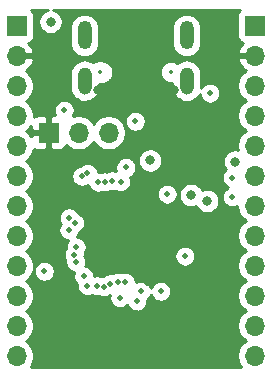
<source format=gbr>
%TF.GenerationSoftware,KiCad,Pcbnew,6.0.0*%
%TF.CreationDate,2022-01-30T15:16:09-05:00*%
%TF.ProjectId,stm32wb55ce_development_board,73746d33-3277-4623-9535-63655f646576,rev?*%
%TF.SameCoordinates,Original*%
%TF.FileFunction,Copper,L3,Inr*%
%TF.FilePolarity,Positive*%
%FSLAX46Y46*%
G04 Gerber Fmt 4.6, Leading zero omitted, Abs format (unit mm)*
G04 Created by KiCad (PCBNEW 6.0.0) date 2022-01-30 15:16:09*
%MOMM*%
%LPD*%
G01*
G04 APERTURE LIST*
%TA.AperFunction,ComponentPad*%
%ADD10R,1.700000X1.700000*%
%TD*%
%TA.AperFunction,ComponentPad*%
%ADD11O,1.700000X1.700000*%
%TD*%
%TA.AperFunction,ComponentPad*%
%ADD12O,1.200000X2.400000*%
%TD*%
%TA.AperFunction,ComponentPad*%
%ADD13O,1.158000X2.316000*%
%TD*%
%TA.AperFunction,ViaPad*%
%ADD14C,0.800000*%
%TD*%
%TA.AperFunction,ViaPad*%
%ADD15C,0.500000*%
%TD*%
%TA.AperFunction,Conductor*%
%ADD16C,0.254000*%
%TD*%
%ADD17C,0.350000*%
%ADD18C,0.250000*%
%ADD19O,0.650000X1.950000*%
%ADD20O,0.650000X1.650000*%
G04 APERTURE END LIST*
D10*
%TO.N,+3V3*%
%TO.C,J3*%
X175920000Y-64480000D03*
D11*
%TO.N,GND*%
X175920000Y-67020000D03*
%TO.N,/PA15*%
X175920000Y-69560000D03*
%TO.N,/PB0*%
X175920000Y-72100000D03*
%TO.N,/PB1*%
X175920000Y-74640000D03*
%TO.N,/PA10*%
X175920000Y-77180000D03*
%TO.N,/PB4*%
X175920000Y-79720000D03*
%TO.N,/PB5*%
X175920000Y-82260000D03*
%TO.N,/PB6*%
X175920000Y-84800000D03*
%TO.N,/PB7*%
X175920000Y-87340000D03*
%TO.N,/PB8*%
X175920000Y-89880000D03*
%TO.N,/PB9*%
X175920000Y-92420000D03*
%TD*%
D10*
%TO.N,+3V3*%
%TO.C,J1*%
X155740000Y-64520000D03*
D11*
%TO.N,GND*%
X155740000Y-67060000D03*
%TO.N,/PA0*%
X155740000Y-69600000D03*
%TO.N,/PA1*%
X155740000Y-72140000D03*
%TO.N,/PA2*%
X155740000Y-74680000D03*
%TO.N,/PA3*%
X155740000Y-77220000D03*
%TO.N,/PA4*%
X155740000Y-79760000D03*
%TO.N,/PA5*%
X155740000Y-82300000D03*
%TO.N,/PA6*%
X155740000Y-84840000D03*
%TO.N,/PA7*%
X155740000Y-87380000D03*
%TO.N,/PA8*%
X155740000Y-89920000D03*
%TO.N,/PA9*%
X155740000Y-92460000D03*
%TD*%
D10*
%TO.N,GND*%
%TO.C,J4*%
X158450000Y-73550000D03*
D11*
%TO.N,/PA14*%
X160990000Y-73550000D03*
%TO.N,/PA13*%
X163530000Y-73550000D03*
%TD*%
D12*
%TO.N,Net-(J2-PadS6)*%
%TO.C,J2*%
X161505000Y-65325000D03*
%TO.N,Net-(J2-PadS5)*%
X170145000Y-65325000D03*
D13*
%TO.N,Net-(J2-PadS4)*%
X161505000Y-69150000D03*
%TO.N,Net-(J2-PadS3)*%
X170145000Y-69150000D03*
%TD*%
D14*
%TO.N,GND*%
X166240000Y-74110000D03*
D15*
X169160005Y-81280000D03*
X165050000Y-82030000D03*
D14*
X161800000Y-71230000D03*
X170630000Y-76790000D03*
X160500000Y-75500000D03*
X169740000Y-77120000D03*
X172660000Y-81120000D03*
X173300000Y-74190000D03*
X167950000Y-72440000D03*
X172750000Y-82250000D03*
X163250000Y-76000000D03*
D15*
X169000000Y-75000000D03*
X165900000Y-88850000D03*
X164530000Y-89210000D03*
X167000000Y-88850000D03*
D14*
X167880000Y-88340000D03*
D15*
X166810000Y-86250000D03*
X159185000Y-77400000D03*
X158800000Y-82100000D03*
X159485464Y-84962744D03*
X170900000Y-85700000D03*
%TO.N,+3V3*%
X161750000Y-77000000D03*
D14*
X174250000Y-76000000D03*
D15*
X161250000Y-77250000D03*
D14*
X170520000Y-78850000D03*
X171870000Y-79330000D03*
X167060000Y-75900000D03*
D15*
X164485618Y-87545618D03*
X165930000Y-87830000D03*
X158100000Y-85300000D03*
%TO.N,/RF1*%
X166300000Y-86960000D03*
X167957103Y-86992897D03*
%TO.N,/PB7*%
X162633920Y-77733614D03*
%TO.N,/PB6*%
X163233456Y-77709731D03*
%TO.N,/PB5*%
X163827143Y-77622842D03*
%TO.N,/PB4*%
X164546156Y-77703854D03*
%TO.N,/PA15*%
X165000000Y-76500000D03*
%TO.N,/PA10*%
X168500000Y-78750000D03*
%TO.N,/PB0*%
X170000000Y-84000000D03*
X174000000Y-79000000D03*
X174000000Y-77350000D03*
%TO.N,/PA9*%
X164963226Y-86222957D03*
%TO.N,/PA8*%
X164344976Y-86207900D03*
%TO.N,/PA1*%
X160620006Y-83869996D03*
%TO.N,/PA0*%
X160793315Y-83250010D03*
%TO.N,/RESET*%
X165800000Y-72600000D03*
%TO.N,/PB9*%
X160180002Y-81780000D03*
%TO.N,/PB8*%
X160667281Y-81181854D03*
%TO.N,/PA7*%
X163671457Y-86336682D03*
%TO.N,/PA6*%
X163124335Y-86582997D03*
%TO.N,/PA5*%
X162527921Y-86517385D03*
%TO.N,/PA4*%
X161750000Y-86500000D03*
%TO.N,/PA3*%
X161434517Y-85728421D03*
%TO.N,/PA2*%
X160750000Y-84500000D03*
D14*
%TO.N,GND*%
X173050000Y-64150000D03*
D15*
X159300000Y-69675000D03*
D14*
X162625000Y-69975000D03*
X169050000Y-69975000D03*
%TO.N,+3V3*%
X158625000Y-64175000D03*
D15*
%TO.N,/BOOT0*%
X160200000Y-80755000D03*
X159775000Y-71650000D03*
%TO.N,/RESET*%
X172125000Y-70200000D03*
%TD*%
%TO.N,GND*%
D16*
X174618815Y-63178815D02*
X174539463Y-63275506D01*
X174480498Y-63385820D01*
X174444188Y-63505518D01*
X174431928Y-63630000D01*
X174431928Y-65330000D01*
X174444188Y-65454482D01*
X174480498Y-65574180D01*
X174539463Y-65684494D01*
X174618815Y-65781185D01*
X174715506Y-65860537D01*
X174825820Y-65919502D01*
X174906466Y-65943966D01*
X174822412Y-66019731D01*
X174648359Y-66253080D01*
X174523175Y-66515901D01*
X174478524Y-66663110D01*
X174599845Y-66893000D01*
X175793000Y-66893000D01*
X175793000Y-66873000D01*
X176047000Y-66873000D01*
X176047000Y-66893000D01*
X176067000Y-66893000D01*
X176067000Y-67147000D01*
X176047000Y-67147000D01*
X176047000Y-67167000D01*
X175793000Y-67167000D01*
X175793000Y-67147000D01*
X174599845Y-67147000D01*
X174478524Y-67376890D01*
X174523175Y-67524099D01*
X174648359Y-67786920D01*
X174822412Y-68020269D01*
X175038645Y-68215178D01*
X175155534Y-68284805D01*
X174973368Y-68406525D01*
X174766525Y-68613368D01*
X174604010Y-68856589D01*
X174492068Y-69126842D01*
X174435000Y-69413740D01*
X174435000Y-69706260D01*
X174492068Y-69993158D01*
X174604010Y-70263411D01*
X174766525Y-70506632D01*
X174973368Y-70713475D01*
X175147760Y-70830000D01*
X174973368Y-70946525D01*
X174766525Y-71153368D01*
X174604010Y-71396589D01*
X174492068Y-71666842D01*
X174435000Y-71953740D01*
X174435000Y-72246260D01*
X174492068Y-72533158D01*
X174604010Y-72803411D01*
X174766525Y-73046632D01*
X174973368Y-73253475D01*
X175147760Y-73370000D01*
X174973368Y-73486525D01*
X174766525Y-73693368D01*
X174604010Y-73936589D01*
X174492068Y-74206842D01*
X174435000Y-74493740D01*
X174435000Y-74786260D01*
X174475440Y-74989566D01*
X174351939Y-74965000D01*
X174148061Y-74965000D01*
X173948102Y-75004774D01*
X173759744Y-75082795D01*
X173590226Y-75196063D01*
X173446063Y-75340226D01*
X173332795Y-75509744D01*
X173254774Y-75698102D01*
X173215000Y-75898061D01*
X173215000Y-76101939D01*
X173254774Y-76301898D01*
X173332795Y-76490256D01*
X173444203Y-76656991D01*
X173435845Y-76662576D01*
X173312576Y-76785845D01*
X173215723Y-76930795D01*
X173149010Y-77091855D01*
X173115000Y-77262835D01*
X173115000Y-77437165D01*
X173149010Y-77608145D01*
X173215723Y-77769205D01*
X173312576Y-77914155D01*
X173435845Y-78037424D01*
X173580795Y-78134277D01*
X173679109Y-78175000D01*
X173580795Y-78215723D01*
X173435845Y-78312576D01*
X173312576Y-78435845D01*
X173215723Y-78580795D01*
X173149010Y-78741855D01*
X173115000Y-78912835D01*
X173115000Y-79087165D01*
X173149010Y-79258145D01*
X173215723Y-79419205D01*
X173312576Y-79564155D01*
X173435845Y-79687424D01*
X173580795Y-79784277D01*
X173741855Y-79850990D01*
X173912835Y-79885000D01*
X174087165Y-79885000D01*
X174258145Y-79850990D01*
X174419205Y-79784277D01*
X174435000Y-79773723D01*
X174435000Y-79866260D01*
X174492068Y-80153158D01*
X174604010Y-80423411D01*
X174766525Y-80666632D01*
X174973368Y-80873475D01*
X175147760Y-80990000D01*
X174973368Y-81106525D01*
X174766525Y-81313368D01*
X174604010Y-81556589D01*
X174492068Y-81826842D01*
X174435000Y-82113740D01*
X174435000Y-82406260D01*
X174492068Y-82693158D01*
X174604010Y-82963411D01*
X174766525Y-83206632D01*
X174973368Y-83413475D01*
X175147760Y-83530000D01*
X174973368Y-83646525D01*
X174766525Y-83853368D01*
X174604010Y-84096589D01*
X174492068Y-84366842D01*
X174435000Y-84653740D01*
X174435000Y-84946260D01*
X174492068Y-85233158D01*
X174604010Y-85503411D01*
X174766525Y-85746632D01*
X174973368Y-85953475D01*
X175147760Y-86070000D01*
X174973368Y-86186525D01*
X174766525Y-86393368D01*
X174604010Y-86636589D01*
X174492068Y-86906842D01*
X174435000Y-87193740D01*
X174435000Y-87486260D01*
X174492068Y-87773158D01*
X174604010Y-88043411D01*
X174766525Y-88286632D01*
X174973368Y-88493475D01*
X175147760Y-88610000D01*
X174973368Y-88726525D01*
X174766525Y-88933368D01*
X174604010Y-89176589D01*
X174492068Y-89446842D01*
X174435000Y-89733740D01*
X174435000Y-90026260D01*
X174492068Y-90313158D01*
X174604010Y-90583411D01*
X174766525Y-90826632D01*
X174973368Y-91033475D01*
X175147760Y-91150000D01*
X174973368Y-91266525D01*
X174766525Y-91473368D01*
X174604010Y-91716589D01*
X174492068Y-91986842D01*
X174435000Y-92273740D01*
X174435000Y-92566260D01*
X174492068Y-92853158D01*
X174604010Y-93123411D01*
X174755412Y-93350000D01*
X156931315Y-93350000D01*
X157055990Y-93163411D01*
X157167932Y-92893158D01*
X157225000Y-92606260D01*
X157225000Y-92313740D01*
X157167932Y-92026842D01*
X157055990Y-91756589D01*
X156893475Y-91513368D01*
X156686632Y-91306525D01*
X156512240Y-91190000D01*
X156686632Y-91073475D01*
X156893475Y-90866632D01*
X157055990Y-90623411D01*
X157167932Y-90353158D01*
X157225000Y-90066260D01*
X157225000Y-89773740D01*
X157167932Y-89486842D01*
X157055990Y-89216589D01*
X156893475Y-88973368D01*
X156686632Y-88766525D01*
X156512240Y-88650000D01*
X156686632Y-88533475D01*
X156893475Y-88326632D01*
X157055990Y-88083411D01*
X157167932Y-87813158D01*
X157225000Y-87526260D01*
X157225000Y-87233740D01*
X157167932Y-86946842D01*
X157055990Y-86676589D01*
X156893475Y-86433368D01*
X156686632Y-86226525D01*
X156512240Y-86110000D01*
X156686632Y-85993475D01*
X156893475Y-85786632D01*
X157055990Y-85543411D01*
X157167932Y-85273158D01*
X157179931Y-85212835D01*
X157215000Y-85212835D01*
X157215000Y-85387165D01*
X157249010Y-85558145D01*
X157315723Y-85719205D01*
X157412576Y-85864155D01*
X157535845Y-85987424D01*
X157680795Y-86084277D01*
X157841855Y-86150990D01*
X158012835Y-86185000D01*
X158187165Y-86185000D01*
X158358145Y-86150990D01*
X158519205Y-86084277D01*
X158664155Y-85987424D01*
X158787424Y-85864155D01*
X158884277Y-85719205D01*
X158950990Y-85558145D01*
X158985000Y-85387165D01*
X158985000Y-85212835D01*
X158950990Y-85041855D01*
X158884277Y-84880795D01*
X158787424Y-84735845D01*
X158664155Y-84612576D01*
X158519205Y-84515723D01*
X158358145Y-84449010D01*
X158187165Y-84415000D01*
X158012835Y-84415000D01*
X157841855Y-84449010D01*
X157680795Y-84515723D01*
X157535845Y-84612576D01*
X157412576Y-84735845D01*
X157315723Y-84880795D01*
X157249010Y-85041855D01*
X157215000Y-85212835D01*
X157179931Y-85212835D01*
X157225000Y-84986260D01*
X157225000Y-84693740D01*
X157167932Y-84406842D01*
X157055990Y-84136589D01*
X156893475Y-83893368D01*
X156686632Y-83686525D01*
X156512240Y-83570000D01*
X156686632Y-83453475D01*
X156893475Y-83246632D01*
X157055990Y-83003411D01*
X157167932Y-82733158D01*
X157225000Y-82446260D01*
X157225000Y-82153740D01*
X157167932Y-81866842D01*
X157095857Y-81692835D01*
X159295002Y-81692835D01*
X159295002Y-81867165D01*
X159329012Y-82038145D01*
X159395725Y-82199205D01*
X159492578Y-82344155D01*
X159615847Y-82467424D01*
X159760797Y-82564277D01*
X159921857Y-82630990D01*
X160092837Y-82665000D01*
X160126746Y-82665000D01*
X160105891Y-82685855D01*
X160009038Y-82830805D01*
X159942325Y-82991865D01*
X159908315Y-83162845D01*
X159908315Y-83337175D01*
X159909079Y-83341016D01*
X159835729Y-83450791D01*
X159769016Y-83611851D01*
X159735006Y-83782831D01*
X159735006Y-83957161D01*
X159769016Y-84128141D01*
X159835729Y-84289201D01*
X159877236Y-84351320D01*
X159865000Y-84412835D01*
X159865000Y-84587165D01*
X159899010Y-84758145D01*
X159965723Y-84919205D01*
X160062576Y-85064155D01*
X160185845Y-85187424D01*
X160330795Y-85284277D01*
X160491855Y-85350990D01*
X160622198Y-85376917D01*
X160583527Y-85470276D01*
X160549517Y-85641256D01*
X160549517Y-85815586D01*
X160583527Y-85986566D01*
X160650240Y-86147626D01*
X160747093Y-86292576D01*
X160865390Y-86410873D01*
X160865000Y-86412835D01*
X160865000Y-86587165D01*
X160899010Y-86758145D01*
X160965723Y-86919205D01*
X161062576Y-87064155D01*
X161185845Y-87187424D01*
X161330795Y-87284277D01*
X161491855Y-87350990D01*
X161662835Y-87385000D01*
X161837165Y-87385000D01*
X162008145Y-87350990D01*
X162117975Y-87305497D01*
X162269776Y-87368375D01*
X162440756Y-87402385D01*
X162615086Y-87402385D01*
X162733183Y-87378894D01*
X162866190Y-87433987D01*
X163037170Y-87467997D01*
X163211500Y-87467997D01*
X163382480Y-87433987D01*
X163543540Y-87367274D01*
X163630284Y-87309313D01*
X163600618Y-87458453D01*
X163600618Y-87632783D01*
X163634628Y-87803763D01*
X163701341Y-87964823D01*
X163798194Y-88109773D01*
X163921463Y-88233042D01*
X164066413Y-88329895D01*
X164227473Y-88396608D01*
X164398453Y-88430618D01*
X164572783Y-88430618D01*
X164743763Y-88396608D01*
X164904823Y-88329895D01*
X165049773Y-88233042D01*
X165112886Y-88169929D01*
X165145723Y-88249205D01*
X165242576Y-88394155D01*
X165365845Y-88517424D01*
X165510795Y-88614277D01*
X165671855Y-88680990D01*
X165842835Y-88715000D01*
X166017165Y-88715000D01*
X166188145Y-88680990D01*
X166349205Y-88614277D01*
X166494155Y-88517424D01*
X166617424Y-88394155D01*
X166714277Y-88249205D01*
X166780990Y-88088145D01*
X166815000Y-87917165D01*
X166815000Y-87742835D01*
X166804015Y-87687609D01*
X166864155Y-87647424D01*
X166987424Y-87524155D01*
X167084277Y-87379205D01*
X167121738Y-87288765D01*
X167172826Y-87412102D01*
X167269679Y-87557052D01*
X167392948Y-87680321D01*
X167537898Y-87777174D01*
X167698958Y-87843887D01*
X167869938Y-87877897D01*
X168044268Y-87877897D01*
X168215248Y-87843887D01*
X168376308Y-87777174D01*
X168521258Y-87680321D01*
X168644527Y-87557052D01*
X168741380Y-87412102D01*
X168808093Y-87251042D01*
X168842103Y-87080062D01*
X168842103Y-86905732D01*
X168808093Y-86734752D01*
X168741380Y-86573692D01*
X168644527Y-86428742D01*
X168521258Y-86305473D01*
X168376308Y-86208620D01*
X168215248Y-86141907D01*
X168044268Y-86107897D01*
X167869938Y-86107897D01*
X167698958Y-86141907D01*
X167537898Y-86208620D01*
X167392948Y-86305473D01*
X167269679Y-86428742D01*
X167172826Y-86573692D01*
X167135365Y-86664132D01*
X167084277Y-86540795D01*
X166987424Y-86395845D01*
X166864155Y-86272576D01*
X166719205Y-86175723D01*
X166558145Y-86109010D01*
X166387165Y-86075000D01*
X166212835Y-86075000D01*
X166041855Y-86109010D01*
X165880795Y-86175723D01*
X165848226Y-86197485D01*
X165848226Y-86135792D01*
X165814216Y-85964812D01*
X165747503Y-85803752D01*
X165650650Y-85658802D01*
X165527381Y-85535533D01*
X165382431Y-85438680D01*
X165221371Y-85371967D01*
X165050391Y-85337957D01*
X164876061Y-85337957D01*
X164705081Y-85371967D01*
X164672276Y-85385555D01*
X164603121Y-85356910D01*
X164432141Y-85322900D01*
X164257811Y-85322900D01*
X164086831Y-85356910D01*
X163925771Y-85423623D01*
X163855067Y-85470866D01*
X163758622Y-85451682D01*
X163584292Y-85451682D01*
X163413312Y-85485692D01*
X163252252Y-85552405D01*
X163107302Y-85649258D01*
X163058563Y-85697997D01*
X163037170Y-85697997D01*
X162919073Y-85721488D01*
X162786066Y-85666395D01*
X162615086Y-85632385D01*
X162440756Y-85632385D01*
X162319517Y-85656501D01*
X162319517Y-85641256D01*
X162285507Y-85470276D01*
X162218794Y-85309216D01*
X162121941Y-85164266D01*
X161998672Y-85040997D01*
X161853722Y-84944144D01*
X161692662Y-84877431D01*
X161562319Y-84851504D01*
X161600990Y-84758145D01*
X161635000Y-84587165D01*
X161635000Y-84412835D01*
X161600990Y-84241855D01*
X161534277Y-84080795D01*
X161492770Y-84018676D01*
X161505006Y-83957161D01*
X161505006Y-83912835D01*
X169115000Y-83912835D01*
X169115000Y-84087165D01*
X169149010Y-84258145D01*
X169215723Y-84419205D01*
X169312576Y-84564155D01*
X169435845Y-84687424D01*
X169580795Y-84784277D01*
X169741855Y-84850990D01*
X169912835Y-84885000D01*
X170087165Y-84885000D01*
X170258145Y-84850990D01*
X170419205Y-84784277D01*
X170564155Y-84687424D01*
X170687424Y-84564155D01*
X170784277Y-84419205D01*
X170850990Y-84258145D01*
X170885000Y-84087165D01*
X170885000Y-83912835D01*
X170850990Y-83741855D01*
X170784277Y-83580795D01*
X170687424Y-83435845D01*
X170564155Y-83312576D01*
X170419205Y-83215723D01*
X170258145Y-83149010D01*
X170087165Y-83115000D01*
X169912835Y-83115000D01*
X169741855Y-83149010D01*
X169580795Y-83215723D01*
X169435845Y-83312576D01*
X169312576Y-83435845D01*
X169215723Y-83580795D01*
X169149010Y-83741855D01*
X169115000Y-83912835D01*
X161505006Y-83912835D01*
X161505006Y-83782831D01*
X161504242Y-83778990D01*
X161577592Y-83669215D01*
X161644305Y-83508155D01*
X161678315Y-83337175D01*
X161678315Y-83162845D01*
X161644305Y-82991865D01*
X161577592Y-82830805D01*
X161480739Y-82685855D01*
X161357470Y-82562586D01*
X161212520Y-82465733D01*
X161051460Y-82399020D01*
X160880480Y-82365010D01*
X160846571Y-82365010D01*
X160867426Y-82344155D01*
X160964279Y-82199205D01*
X161030992Y-82038145D01*
X161041620Y-81984715D01*
X161086486Y-81966131D01*
X161231436Y-81869278D01*
X161354705Y-81746009D01*
X161451558Y-81601059D01*
X161518271Y-81439999D01*
X161552281Y-81269019D01*
X161552281Y-81094689D01*
X161518271Y-80923709D01*
X161451558Y-80762649D01*
X161354705Y-80617699D01*
X161231436Y-80494430D01*
X161086486Y-80397577D01*
X160994000Y-80359268D01*
X160984277Y-80335795D01*
X160887424Y-80190845D01*
X160764155Y-80067576D01*
X160619205Y-79970723D01*
X160458145Y-79904010D01*
X160287165Y-79870000D01*
X160112835Y-79870000D01*
X159941855Y-79904010D01*
X159780795Y-79970723D01*
X159635845Y-80067576D01*
X159512576Y-80190845D01*
X159415723Y-80335795D01*
X159349010Y-80496855D01*
X159315000Y-80667835D01*
X159315000Y-80842165D01*
X159349010Y-81013145D01*
X159415723Y-81174205D01*
X159468062Y-81252536D01*
X159395725Y-81360795D01*
X159329012Y-81521855D01*
X159295002Y-81692835D01*
X157095857Y-81692835D01*
X157055990Y-81596589D01*
X156893475Y-81353368D01*
X156686632Y-81146525D01*
X156512240Y-81030000D01*
X156686632Y-80913475D01*
X156893475Y-80706632D01*
X157055990Y-80463411D01*
X157167932Y-80193158D01*
X157225000Y-79906260D01*
X157225000Y-79613740D01*
X157167932Y-79326842D01*
X157055990Y-79056589D01*
X156893475Y-78813368D01*
X156742942Y-78662835D01*
X167615000Y-78662835D01*
X167615000Y-78837165D01*
X167649010Y-79008145D01*
X167715723Y-79169205D01*
X167812576Y-79314155D01*
X167935845Y-79437424D01*
X168080795Y-79534277D01*
X168241855Y-79600990D01*
X168412835Y-79635000D01*
X168587165Y-79635000D01*
X168758145Y-79600990D01*
X168919205Y-79534277D01*
X169064155Y-79437424D01*
X169187424Y-79314155D01*
X169284277Y-79169205D01*
X169350990Y-79008145D01*
X169385000Y-78837165D01*
X169385000Y-78748061D01*
X169485000Y-78748061D01*
X169485000Y-78951939D01*
X169524774Y-79151898D01*
X169602795Y-79340256D01*
X169716063Y-79509774D01*
X169860226Y-79653937D01*
X170029744Y-79767205D01*
X170218102Y-79845226D01*
X170418061Y-79885000D01*
X170621939Y-79885000D01*
X170821898Y-79845226D01*
X170942454Y-79795290D01*
X170952795Y-79820256D01*
X171066063Y-79989774D01*
X171210226Y-80133937D01*
X171379744Y-80247205D01*
X171568102Y-80325226D01*
X171768061Y-80365000D01*
X171971939Y-80365000D01*
X172171898Y-80325226D01*
X172360256Y-80247205D01*
X172529774Y-80133937D01*
X172673937Y-79989774D01*
X172787205Y-79820256D01*
X172865226Y-79631898D01*
X172905000Y-79431939D01*
X172905000Y-79228061D01*
X172865226Y-79028102D01*
X172787205Y-78839744D01*
X172673937Y-78670226D01*
X172529774Y-78526063D01*
X172360256Y-78412795D01*
X172171898Y-78334774D01*
X171971939Y-78295000D01*
X171768061Y-78295000D01*
X171568102Y-78334774D01*
X171447546Y-78384710D01*
X171437205Y-78359744D01*
X171323937Y-78190226D01*
X171179774Y-78046063D01*
X171010256Y-77932795D01*
X170821898Y-77854774D01*
X170621939Y-77815000D01*
X170418061Y-77815000D01*
X170218102Y-77854774D01*
X170029744Y-77932795D01*
X169860226Y-78046063D01*
X169716063Y-78190226D01*
X169602795Y-78359744D01*
X169524774Y-78548102D01*
X169485000Y-78748061D01*
X169385000Y-78748061D01*
X169385000Y-78662835D01*
X169350990Y-78491855D01*
X169284277Y-78330795D01*
X169187424Y-78185845D01*
X169064155Y-78062576D01*
X168919205Y-77965723D01*
X168758145Y-77899010D01*
X168587165Y-77865000D01*
X168412835Y-77865000D01*
X168241855Y-77899010D01*
X168080795Y-77965723D01*
X167935845Y-78062576D01*
X167812576Y-78185845D01*
X167715723Y-78330795D01*
X167649010Y-78491855D01*
X167615000Y-78662835D01*
X156742942Y-78662835D01*
X156686632Y-78606525D01*
X156512240Y-78490000D01*
X156686632Y-78373475D01*
X156893475Y-78166632D01*
X157055990Y-77923411D01*
X157167932Y-77653158D01*
X157225000Y-77366260D01*
X157225000Y-77162835D01*
X160365000Y-77162835D01*
X160365000Y-77337165D01*
X160399010Y-77508145D01*
X160465723Y-77669205D01*
X160562576Y-77814155D01*
X160685845Y-77937424D01*
X160830795Y-78034277D01*
X160991855Y-78100990D01*
X161162835Y-78135000D01*
X161337165Y-78135000D01*
X161508145Y-78100990D01*
X161669205Y-78034277D01*
X161777053Y-77962215D01*
X161782930Y-77991759D01*
X161849643Y-78152819D01*
X161946496Y-78297769D01*
X162069765Y-78421038D01*
X162214715Y-78517891D01*
X162375775Y-78584604D01*
X162546755Y-78618614D01*
X162721085Y-78618614D01*
X162892065Y-78584604D01*
X162962517Y-78555422D01*
X162975311Y-78560721D01*
X163146291Y-78594731D01*
X163320621Y-78594731D01*
X163491601Y-78560721D01*
X163652661Y-78494008D01*
X163656737Y-78491284D01*
X163739978Y-78507842D01*
X163914308Y-78507842D01*
X164085288Y-78473832D01*
X164097797Y-78468651D01*
X164126951Y-78488131D01*
X164288011Y-78554844D01*
X164458991Y-78588854D01*
X164633321Y-78588854D01*
X164804301Y-78554844D01*
X164965361Y-78488131D01*
X165110311Y-78391278D01*
X165233580Y-78268009D01*
X165330433Y-78123059D01*
X165397146Y-77961999D01*
X165431156Y-77791019D01*
X165431156Y-77616689D01*
X165397146Y-77445709D01*
X165343302Y-77315717D01*
X165419205Y-77284277D01*
X165564155Y-77187424D01*
X165687424Y-77064155D01*
X165784277Y-76919205D01*
X165850990Y-76758145D01*
X165885000Y-76587165D01*
X165885000Y-76412835D01*
X165850990Y-76241855D01*
X165784277Y-76080795D01*
X165687424Y-75935845D01*
X165564155Y-75812576D01*
X165542432Y-75798061D01*
X166025000Y-75798061D01*
X166025000Y-76001939D01*
X166064774Y-76201898D01*
X166142795Y-76390256D01*
X166256063Y-76559774D01*
X166400226Y-76703937D01*
X166569744Y-76817205D01*
X166758102Y-76895226D01*
X166958061Y-76935000D01*
X167161939Y-76935000D01*
X167361898Y-76895226D01*
X167550256Y-76817205D01*
X167719774Y-76703937D01*
X167863937Y-76559774D01*
X167977205Y-76390256D01*
X168055226Y-76201898D01*
X168095000Y-76001939D01*
X168095000Y-75798061D01*
X168055226Y-75598102D01*
X167977205Y-75409744D01*
X167863937Y-75240226D01*
X167719774Y-75096063D01*
X167550256Y-74982795D01*
X167361898Y-74904774D01*
X167161939Y-74865000D01*
X166958061Y-74865000D01*
X166758102Y-74904774D01*
X166569744Y-74982795D01*
X166400226Y-75096063D01*
X166256063Y-75240226D01*
X166142795Y-75409744D01*
X166064774Y-75598102D01*
X166025000Y-75798061D01*
X165542432Y-75798061D01*
X165419205Y-75715723D01*
X165258145Y-75649010D01*
X165087165Y-75615000D01*
X164912835Y-75615000D01*
X164741855Y-75649010D01*
X164580795Y-75715723D01*
X164435845Y-75812576D01*
X164312576Y-75935845D01*
X164215723Y-76080795D01*
X164149010Y-76241855D01*
X164115000Y-76412835D01*
X164115000Y-76587165D01*
X164149010Y-76758145D01*
X164169061Y-76806552D01*
X164085288Y-76771852D01*
X163914308Y-76737842D01*
X163739978Y-76737842D01*
X163568998Y-76771852D01*
X163407938Y-76838565D01*
X163403862Y-76841289D01*
X163320621Y-76824731D01*
X163146291Y-76824731D01*
X162975311Y-76858741D01*
X162904859Y-76887923D01*
X162892065Y-76882624D01*
X162721085Y-76848614D01*
X162622226Y-76848614D01*
X162600990Y-76741855D01*
X162534277Y-76580795D01*
X162437424Y-76435845D01*
X162314155Y-76312576D01*
X162169205Y-76215723D01*
X162008145Y-76149010D01*
X161837165Y-76115000D01*
X161662835Y-76115000D01*
X161491855Y-76149010D01*
X161330795Y-76215723D01*
X161185845Y-76312576D01*
X161126117Y-76372304D01*
X160991855Y-76399010D01*
X160830795Y-76465723D01*
X160685845Y-76562576D01*
X160562576Y-76685845D01*
X160465723Y-76830795D01*
X160399010Y-76991855D01*
X160365000Y-77162835D01*
X157225000Y-77162835D01*
X157225000Y-77073740D01*
X157167932Y-76786842D01*
X157055990Y-76516589D01*
X156893475Y-76273368D01*
X156686632Y-76066525D01*
X156512240Y-75950000D01*
X156686632Y-75833475D01*
X156893475Y-75626632D01*
X157055990Y-75383411D01*
X157167932Y-75113158D01*
X157210046Y-74901436D01*
X157245506Y-74930537D01*
X157355820Y-74989502D01*
X157475518Y-75025812D01*
X157600000Y-75038072D01*
X158164250Y-75035000D01*
X158323000Y-74876250D01*
X158323000Y-73677000D01*
X157123750Y-73677000D01*
X156965000Y-73835750D01*
X156964975Y-73840375D01*
X156893475Y-73733368D01*
X156686632Y-73526525D01*
X156512240Y-73410000D01*
X156686632Y-73293475D01*
X156893475Y-73086632D01*
X156963463Y-72981888D01*
X156965000Y-73264250D01*
X157123750Y-73423000D01*
X158323000Y-73423000D01*
X158323000Y-72223750D01*
X158577000Y-72223750D01*
X158577000Y-73423000D01*
X158597000Y-73423000D01*
X158597000Y-73677000D01*
X158577000Y-73677000D01*
X158577000Y-74876250D01*
X158735750Y-75035000D01*
X159300000Y-75038072D01*
X159424482Y-75025812D01*
X159544180Y-74989502D01*
X159654494Y-74930537D01*
X159751185Y-74851185D01*
X159830537Y-74754494D01*
X159889502Y-74644180D01*
X159911513Y-74571620D01*
X160043368Y-74703475D01*
X160286589Y-74865990D01*
X160556842Y-74977932D01*
X160843740Y-75035000D01*
X161136260Y-75035000D01*
X161423158Y-74977932D01*
X161693411Y-74865990D01*
X161936632Y-74703475D01*
X162143475Y-74496632D01*
X162260000Y-74322240D01*
X162376525Y-74496632D01*
X162583368Y-74703475D01*
X162826589Y-74865990D01*
X163096842Y-74977932D01*
X163383740Y-75035000D01*
X163676260Y-75035000D01*
X163963158Y-74977932D01*
X164233411Y-74865990D01*
X164476632Y-74703475D01*
X164683475Y-74496632D01*
X164845990Y-74253411D01*
X164957932Y-73983158D01*
X165015000Y-73696260D01*
X165015000Y-73403740D01*
X164957932Y-73116842D01*
X164845990Y-72846589D01*
X164683475Y-72603368D01*
X164592942Y-72512835D01*
X164915000Y-72512835D01*
X164915000Y-72687165D01*
X164949010Y-72858145D01*
X165015723Y-73019205D01*
X165112576Y-73164155D01*
X165235845Y-73287424D01*
X165380795Y-73384277D01*
X165541855Y-73450990D01*
X165712835Y-73485000D01*
X165887165Y-73485000D01*
X166058145Y-73450990D01*
X166219205Y-73384277D01*
X166364155Y-73287424D01*
X166487424Y-73164155D01*
X166584277Y-73019205D01*
X166650990Y-72858145D01*
X166685000Y-72687165D01*
X166685000Y-72512835D01*
X166650990Y-72341855D01*
X166584277Y-72180795D01*
X166487424Y-72035845D01*
X166364155Y-71912576D01*
X166219205Y-71815723D01*
X166058145Y-71749010D01*
X165887165Y-71715000D01*
X165712835Y-71715000D01*
X165541855Y-71749010D01*
X165380795Y-71815723D01*
X165235845Y-71912576D01*
X165112576Y-72035845D01*
X165015723Y-72180795D01*
X164949010Y-72341855D01*
X164915000Y-72512835D01*
X164592942Y-72512835D01*
X164476632Y-72396525D01*
X164233411Y-72234010D01*
X163963158Y-72122068D01*
X163676260Y-72065000D01*
X163383740Y-72065000D01*
X163096842Y-72122068D01*
X162826589Y-72234010D01*
X162583368Y-72396525D01*
X162376525Y-72603368D01*
X162260000Y-72777760D01*
X162143475Y-72603368D01*
X161936632Y-72396525D01*
X161693411Y-72234010D01*
X161423158Y-72122068D01*
X161136260Y-72065000D01*
X160843740Y-72065000D01*
X160556842Y-72122068D01*
X160511370Y-72140903D01*
X160559277Y-72069205D01*
X160625990Y-71908145D01*
X160660000Y-71737165D01*
X160660000Y-71562835D01*
X160625990Y-71391855D01*
X160559277Y-71230795D01*
X160462424Y-71085845D01*
X160339155Y-70962576D01*
X160194205Y-70865723D01*
X160033145Y-70799010D01*
X159862165Y-70765000D01*
X159687835Y-70765000D01*
X159516855Y-70799010D01*
X159355795Y-70865723D01*
X159210845Y-70962576D01*
X159087576Y-71085845D01*
X158990723Y-71230795D01*
X158924010Y-71391855D01*
X158890000Y-71562835D01*
X158890000Y-71737165D01*
X158924010Y-71908145D01*
X158988411Y-72063624D01*
X158735750Y-72065000D01*
X158577000Y-72223750D01*
X158323000Y-72223750D01*
X158164250Y-72065000D01*
X157600000Y-72061928D01*
X157475518Y-72074188D01*
X157355820Y-72110498D01*
X157245506Y-72169463D01*
X157225000Y-72186292D01*
X157225000Y-71993740D01*
X157167932Y-71706842D01*
X157055990Y-71436589D01*
X156893475Y-71193368D01*
X156686632Y-70986525D01*
X156512240Y-70870000D01*
X156686632Y-70753475D01*
X156893475Y-70546632D01*
X157055990Y-70303411D01*
X157167932Y-70033158D01*
X157225000Y-69746260D01*
X157225000Y-69453740D01*
X157167932Y-69166842D01*
X157055990Y-68896589D01*
X156893475Y-68653368D01*
X156751468Y-68511361D01*
X160291000Y-68511361D01*
X160291000Y-69788638D01*
X160308566Y-69966985D01*
X160377983Y-70195825D01*
X160490712Y-70406725D01*
X160642419Y-70591581D01*
X160827274Y-70743288D01*
X161038174Y-70856017D01*
X161267014Y-70925434D01*
X161505000Y-70948874D01*
X161742985Y-70925434D01*
X161971825Y-70856017D01*
X162182725Y-70743288D01*
X162367581Y-70591581D01*
X162519288Y-70406726D01*
X162632017Y-70195826D01*
X162701434Y-69966986D01*
X162719000Y-69788639D01*
X162719000Y-69425000D01*
X162983647Y-69425000D01*
X163012477Y-69422160D01*
X163014280Y-69422173D01*
X163023799Y-69421240D01*
X163053267Y-69418143D01*
X163084283Y-69415088D01*
X163085702Y-69414658D01*
X163145777Y-69402326D01*
X163206743Y-69390696D01*
X163215900Y-69387932D01*
X163274626Y-69369753D01*
X163331860Y-69345694D01*
X163389421Y-69322438D01*
X163397866Y-69317948D01*
X163451945Y-69288708D01*
X163503416Y-69253991D01*
X163555369Y-69219994D01*
X163562781Y-69213949D01*
X163610150Y-69174762D01*
X163653904Y-69130701D01*
X163698260Y-69087264D01*
X163704357Y-69079894D01*
X163743211Y-69032253D01*
X163777558Y-68980555D01*
X163812639Y-68929321D01*
X163817188Y-68920908D01*
X163846050Y-68866628D01*
X163869704Y-68809239D01*
X163894167Y-68752163D01*
X163896995Y-68743026D01*
X163914764Y-68684173D01*
X163926819Y-68623290D01*
X163939732Y-68562539D01*
X163940732Y-68553027D01*
X163946731Y-68491843D01*
X163946731Y-68461868D01*
X163949963Y-68432072D01*
X163949995Y-68422508D01*
X163949987Y-68420309D01*
X163946964Y-68390593D01*
X163947173Y-68360720D01*
X163946240Y-68351201D01*
X163944163Y-68331433D01*
X167875000Y-68331433D01*
X167875000Y-68518567D01*
X167911508Y-68702105D01*
X167983121Y-68874994D01*
X168087087Y-69030590D01*
X168219410Y-69162913D01*
X168375006Y-69266879D01*
X168547895Y-69338492D01*
X168731433Y-69375000D01*
X168918567Y-69375000D01*
X168931000Y-69372527D01*
X168931000Y-69788638D01*
X168948566Y-69966985D01*
X169017983Y-70195825D01*
X169130712Y-70406725D01*
X169282419Y-70591581D01*
X169467274Y-70743288D01*
X169678174Y-70856017D01*
X169907014Y-70925434D01*
X170145000Y-70948874D01*
X170382985Y-70925434D01*
X170611825Y-70856017D01*
X170822725Y-70743288D01*
X171007581Y-70591581D01*
X171159288Y-70406726D01*
X171240000Y-70255725D01*
X171240000Y-70287165D01*
X171274010Y-70458145D01*
X171340723Y-70619205D01*
X171437576Y-70764155D01*
X171560845Y-70887424D01*
X171705795Y-70984277D01*
X171866855Y-71050990D01*
X172037835Y-71085000D01*
X172212165Y-71085000D01*
X172383145Y-71050990D01*
X172544205Y-70984277D01*
X172689155Y-70887424D01*
X172812424Y-70764155D01*
X172909277Y-70619205D01*
X172975990Y-70458145D01*
X173010000Y-70287165D01*
X173010000Y-70112835D01*
X172975990Y-69941855D01*
X172909277Y-69780795D01*
X172812424Y-69635845D01*
X172689155Y-69512576D01*
X172544205Y-69415723D01*
X172383145Y-69349010D01*
X172212165Y-69315000D01*
X172037835Y-69315000D01*
X171866855Y-69349010D01*
X171705795Y-69415723D01*
X171560845Y-69512576D01*
X171437576Y-69635845D01*
X171359000Y-69753442D01*
X171359000Y-68511361D01*
X171341434Y-68333014D01*
X171272017Y-68104174D01*
X171159288Y-67893274D01*
X171007581Y-67708419D01*
X170822726Y-67556712D01*
X170611826Y-67443983D01*
X170382986Y-67374566D01*
X170145000Y-67351126D01*
X169907015Y-67374566D01*
X169678175Y-67443983D01*
X169467275Y-67556712D01*
X169363244Y-67642088D01*
X169274994Y-67583121D01*
X169102105Y-67511508D01*
X168918567Y-67475000D01*
X168731433Y-67475000D01*
X168547895Y-67511508D01*
X168375006Y-67583121D01*
X168219410Y-67687087D01*
X168087087Y-67819410D01*
X167983121Y-67975006D01*
X167911508Y-68147895D01*
X167875000Y-68331433D01*
X163944163Y-68331433D01*
X163939814Y-68290060D01*
X163927329Y-68229236D01*
X163915696Y-68168256D01*
X163912932Y-68159100D01*
X163894753Y-68100373D01*
X163870678Y-68043102D01*
X163847438Y-67985579D01*
X163842948Y-67977134D01*
X163813708Y-67923055D01*
X163778973Y-67871558D01*
X163744993Y-67819631D01*
X163738949Y-67812219D01*
X163699762Y-67764850D01*
X163655682Y-67721077D01*
X163612263Y-67676740D01*
X163604894Y-67670643D01*
X163557252Y-67631788D01*
X163505524Y-67597421D01*
X163454321Y-67562361D01*
X163445908Y-67557812D01*
X163391627Y-67528950D01*
X163334252Y-67505302D01*
X163277163Y-67480833D01*
X163268026Y-67478005D01*
X163209173Y-67460236D01*
X163148282Y-67448179D01*
X163087538Y-67435268D01*
X163084353Y-67434933D01*
X163084283Y-67434912D01*
X163082204Y-67434707D01*
X163078026Y-67434268D01*
X163016843Y-67428269D01*
X163016837Y-67428269D01*
X162983647Y-67425000D01*
X162666353Y-67425000D01*
X162637523Y-67427840D01*
X162635720Y-67427827D01*
X162626201Y-67428760D01*
X162596733Y-67431857D01*
X162565717Y-67434912D01*
X162564298Y-67435342D01*
X162504236Y-67447671D01*
X162443256Y-67459304D01*
X162434100Y-67462068D01*
X162375373Y-67480247D01*
X162318102Y-67504322D01*
X162260579Y-67527562D01*
X162252134Y-67532052D01*
X162198055Y-67561292D01*
X162192704Y-67564901D01*
X162182726Y-67556712D01*
X161971826Y-67443983D01*
X161742986Y-67374566D01*
X161505000Y-67351126D01*
X161267015Y-67374566D01*
X161038175Y-67443983D01*
X160827275Y-67556712D01*
X160642420Y-67708419D01*
X160490713Y-67893274D01*
X160377983Y-68104174D01*
X160308566Y-68333014D01*
X160291000Y-68511361D01*
X156751468Y-68511361D01*
X156686632Y-68446525D01*
X156504466Y-68324805D01*
X156621355Y-68255178D01*
X156837588Y-68060269D01*
X157011641Y-67826920D01*
X157136825Y-67564099D01*
X157181476Y-67416890D01*
X157060155Y-67187000D01*
X155867000Y-67187000D01*
X155867000Y-67207000D01*
X155613000Y-67207000D01*
X155613000Y-67187000D01*
X155593000Y-67187000D01*
X155593000Y-66933000D01*
X155613000Y-66933000D01*
X155613000Y-66913000D01*
X155867000Y-66913000D01*
X155867000Y-66933000D01*
X157060155Y-66933000D01*
X157181476Y-66703110D01*
X157136825Y-66555901D01*
X157011641Y-66293080D01*
X156837588Y-66059731D01*
X156753534Y-65983966D01*
X156834180Y-65959502D01*
X156944494Y-65900537D01*
X157041185Y-65821185D01*
X157120537Y-65724494D01*
X157179502Y-65614180D01*
X157215812Y-65494482D01*
X157228072Y-65370000D01*
X157228072Y-63670000D01*
X157215812Y-63545518D01*
X157179502Y-63425820D01*
X157120537Y-63315506D01*
X157041185Y-63218815D01*
X156980411Y-63168939D01*
X158380708Y-63168316D01*
X158323102Y-63179774D01*
X158134744Y-63257795D01*
X157965226Y-63371063D01*
X157821063Y-63515226D01*
X157707795Y-63684744D01*
X157629774Y-63873102D01*
X157590000Y-64073061D01*
X157590000Y-64276939D01*
X157629774Y-64476898D01*
X157707795Y-64665256D01*
X157821063Y-64834774D01*
X157965226Y-64978937D01*
X158134744Y-65092205D01*
X158323102Y-65170226D01*
X158523061Y-65210000D01*
X158726939Y-65210000D01*
X158926898Y-65170226D01*
X159115256Y-65092205D01*
X159284774Y-64978937D01*
X159428937Y-64834774D01*
X159542205Y-64665256D01*
X159542586Y-64664335D01*
X160270000Y-64664335D01*
X160270000Y-65985664D01*
X160287870Y-66167101D01*
X160358489Y-66399900D01*
X160473167Y-66614448D01*
X160627498Y-66802502D01*
X160815551Y-66956833D01*
X161030099Y-67071511D01*
X161262898Y-67142130D01*
X161505000Y-67165975D01*
X161747101Y-67142130D01*
X161979900Y-67071511D01*
X162194448Y-66956833D01*
X162382502Y-66802502D01*
X162536833Y-66614449D01*
X162651511Y-66399901D01*
X162722130Y-66167102D01*
X162740000Y-65985665D01*
X162740000Y-64664335D01*
X168910000Y-64664335D01*
X168910000Y-65985664D01*
X168927870Y-66167101D01*
X168998489Y-66399900D01*
X169113167Y-66614448D01*
X169267498Y-66802502D01*
X169455551Y-66956833D01*
X169670099Y-67071511D01*
X169902898Y-67142130D01*
X170145000Y-67165975D01*
X170387101Y-67142130D01*
X170619900Y-67071511D01*
X170834448Y-66956833D01*
X171022502Y-66802502D01*
X171176833Y-66614449D01*
X171291511Y-66399901D01*
X171362130Y-66167102D01*
X171380000Y-65985665D01*
X171380000Y-64664335D01*
X171362130Y-64482898D01*
X171291511Y-64250099D01*
X171176833Y-64035551D01*
X171022502Y-63847498D01*
X170834449Y-63693167D01*
X170619901Y-63578489D01*
X170387102Y-63507870D01*
X170145000Y-63484025D01*
X169902899Y-63507870D01*
X169670100Y-63578489D01*
X169455552Y-63693167D01*
X169267499Y-63847498D01*
X169113168Y-64035551D01*
X168998489Y-64250099D01*
X168927870Y-64482898D01*
X168910000Y-64664335D01*
X162740000Y-64664335D01*
X162722130Y-64482898D01*
X162651511Y-64250099D01*
X162536833Y-64035551D01*
X162382502Y-63847498D01*
X162194449Y-63693167D01*
X161979901Y-63578489D01*
X161747102Y-63507870D01*
X161505000Y-63484025D01*
X161262899Y-63507870D01*
X161030100Y-63578489D01*
X160815552Y-63693167D01*
X160627499Y-63847498D01*
X160473168Y-64035551D01*
X160358489Y-64250099D01*
X160287870Y-64482898D01*
X160270000Y-64664335D01*
X159542586Y-64664335D01*
X159620226Y-64476898D01*
X159660000Y-64276939D01*
X159660000Y-64073061D01*
X159620226Y-63873102D01*
X159542205Y-63684744D01*
X159428937Y-63515226D01*
X159284774Y-63371063D01*
X159115256Y-63257795D01*
X158926898Y-63179774D01*
X158868201Y-63168098D01*
X174640434Y-63161073D01*
X174618815Y-63178815D02*
X174640434Y-63161073D01*
%TA.AperFunction,Conductor*%
G36*
X174618815Y-63178815D02*
G01*
X174539463Y-63275506D01*
X174480498Y-63385820D01*
X174444188Y-63505518D01*
X174431928Y-63630000D01*
X174431928Y-65330000D01*
X174444188Y-65454482D01*
X174480498Y-65574180D01*
X174539463Y-65684494D01*
X174618815Y-65781185D01*
X174715506Y-65860537D01*
X174825820Y-65919502D01*
X174906466Y-65943966D01*
X174822412Y-66019731D01*
X174648359Y-66253080D01*
X174523175Y-66515901D01*
X174478524Y-66663110D01*
X174599845Y-66893000D01*
X175793000Y-66893000D01*
X175793000Y-66873000D01*
X176047000Y-66873000D01*
X176047000Y-66893000D01*
X176067000Y-66893000D01*
X176067000Y-67147000D01*
X176047000Y-67147000D01*
X176047000Y-67167000D01*
X175793000Y-67167000D01*
X175793000Y-67147000D01*
X174599845Y-67147000D01*
X174478524Y-67376890D01*
X174523175Y-67524099D01*
X174648359Y-67786920D01*
X174822412Y-68020269D01*
X175038645Y-68215178D01*
X175155534Y-68284805D01*
X174973368Y-68406525D01*
X174766525Y-68613368D01*
X174604010Y-68856589D01*
X174492068Y-69126842D01*
X174435000Y-69413740D01*
X174435000Y-69706260D01*
X174492068Y-69993158D01*
X174604010Y-70263411D01*
X174766525Y-70506632D01*
X174973368Y-70713475D01*
X175147760Y-70830000D01*
X174973368Y-70946525D01*
X174766525Y-71153368D01*
X174604010Y-71396589D01*
X174492068Y-71666842D01*
X174435000Y-71953740D01*
X174435000Y-72246260D01*
X174492068Y-72533158D01*
X174604010Y-72803411D01*
X174766525Y-73046632D01*
X174973368Y-73253475D01*
X175147760Y-73370000D01*
X174973368Y-73486525D01*
X174766525Y-73693368D01*
X174604010Y-73936589D01*
X174492068Y-74206842D01*
X174435000Y-74493740D01*
X174435000Y-74786260D01*
X174475440Y-74989566D01*
X174351939Y-74965000D01*
X174148061Y-74965000D01*
X173948102Y-75004774D01*
X173759744Y-75082795D01*
X173590226Y-75196063D01*
X173446063Y-75340226D01*
X173332795Y-75509744D01*
X173254774Y-75698102D01*
X173215000Y-75898061D01*
X173215000Y-76101939D01*
X173254774Y-76301898D01*
X173332795Y-76490256D01*
X173444203Y-76656991D01*
X173435845Y-76662576D01*
X173312576Y-76785845D01*
X173215723Y-76930795D01*
X173149010Y-77091855D01*
X173115000Y-77262835D01*
X173115000Y-77437165D01*
X173149010Y-77608145D01*
X173215723Y-77769205D01*
X173312576Y-77914155D01*
X173435845Y-78037424D01*
X173580795Y-78134277D01*
X173679109Y-78175000D01*
X173580795Y-78215723D01*
X173435845Y-78312576D01*
X173312576Y-78435845D01*
X173215723Y-78580795D01*
X173149010Y-78741855D01*
X173115000Y-78912835D01*
X173115000Y-79087165D01*
X173149010Y-79258145D01*
X173215723Y-79419205D01*
X173312576Y-79564155D01*
X173435845Y-79687424D01*
X173580795Y-79784277D01*
X173741855Y-79850990D01*
X173912835Y-79885000D01*
X174087165Y-79885000D01*
X174258145Y-79850990D01*
X174419205Y-79784277D01*
X174435000Y-79773723D01*
X174435000Y-79866260D01*
X174492068Y-80153158D01*
X174604010Y-80423411D01*
X174766525Y-80666632D01*
X174973368Y-80873475D01*
X175147760Y-80990000D01*
X174973368Y-81106525D01*
X174766525Y-81313368D01*
X174604010Y-81556589D01*
X174492068Y-81826842D01*
X174435000Y-82113740D01*
X174435000Y-82406260D01*
X174492068Y-82693158D01*
X174604010Y-82963411D01*
X174766525Y-83206632D01*
X174973368Y-83413475D01*
X175147760Y-83530000D01*
X174973368Y-83646525D01*
X174766525Y-83853368D01*
X174604010Y-84096589D01*
X174492068Y-84366842D01*
X174435000Y-84653740D01*
X174435000Y-84946260D01*
X174492068Y-85233158D01*
X174604010Y-85503411D01*
X174766525Y-85746632D01*
X174973368Y-85953475D01*
X175147760Y-86070000D01*
X174973368Y-86186525D01*
X174766525Y-86393368D01*
X174604010Y-86636589D01*
X174492068Y-86906842D01*
X174435000Y-87193740D01*
X174435000Y-87486260D01*
X174492068Y-87773158D01*
X174604010Y-88043411D01*
X174766525Y-88286632D01*
X174973368Y-88493475D01*
X175147760Y-88610000D01*
X174973368Y-88726525D01*
X174766525Y-88933368D01*
X174604010Y-89176589D01*
X174492068Y-89446842D01*
X174435000Y-89733740D01*
X174435000Y-90026260D01*
X174492068Y-90313158D01*
X174604010Y-90583411D01*
X174766525Y-90826632D01*
X174973368Y-91033475D01*
X175147760Y-91150000D01*
X174973368Y-91266525D01*
X174766525Y-91473368D01*
X174604010Y-91716589D01*
X174492068Y-91986842D01*
X174435000Y-92273740D01*
X174435000Y-92566260D01*
X174492068Y-92853158D01*
X174604010Y-93123411D01*
X174755412Y-93350000D01*
X156931315Y-93350000D01*
X157055990Y-93163411D01*
X157167932Y-92893158D01*
X157225000Y-92606260D01*
X157225000Y-92313740D01*
X157167932Y-92026842D01*
X157055990Y-91756589D01*
X156893475Y-91513368D01*
X156686632Y-91306525D01*
X156512240Y-91190000D01*
X156686632Y-91073475D01*
X156893475Y-90866632D01*
X157055990Y-90623411D01*
X157167932Y-90353158D01*
X157225000Y-90066260D01*
X157225000Y-89773740D01*
X157167932Y-89486842D01*
X157055990Y-89216589D01*
X156893475Y-88973368D01*
X156686632Y-88766525D01*
X156512240Y-88650000D01*
X156686632Y-88533475D01*
X156893475Y-88326632D01*
X157055990Y-88083411D01*
X157167932Y-87813158D01*
X157225000Y-87526260D01*
X157225000Y-87233740D01*
X157167932Y-86946842D01*
X157055990Y-86676589D01*
X156893475Y-86433368D01*
X156686632Y-86226525D01*
X156512240Y-86110000D01*
X156686632Y-85993475D01*
X156893475Y-85786632D01*
X157055990Y-85543411D01*
X157167932Y-85273158D01*
X157179931Y-85212835D01*
X157215000Y-85212835D01*
X157215000Y-85387165D01*
X157249010Y-85558145D01*
X157315723Y-85719205D01*
X157412576Y-85864155D01*
X157535845Y-85987424D01*
X157680795Y-86084277D01*
X157841855Y-86150990D01*
X158012835Y-86185000D01*
X158187165Y-86185000D01*
X158358145Y-86150990D01*
X158519205Y-86084277D01*
X158664155Y-85987424D01*
X158787424Y-85864155D01*
X158884277Y-85719205D01*
X158950990Y-85558145D01*
X158985000Y-85387165D01*
X158985000Y-85212835D01*
X158950990Y-85041855D01*
X158884277Y-84880795D01*
X158787424Y-84735845D01*
X158664155Y-84612576D01*
X158519205Y-84515723D01*
X158358145Y-84449010D01*
X158187165Y-84415000D01*
X158012835Y-84415000D01*
X157841855Y-84449010D01*
X157680795Y-84515723D01*
X157535845Y-84612576D01*
X157412576Y-84735845D01*
X157315723Y-84880795D01*
X157249010Y-85041855D01*
X157215000Y-85212835D01*
X157179931Y-85212835D01*
X157225000Y-84986260D01*
X157225000Y-84693740D01*
X157167932Y-84406842D01*
X157055990Y-84136589D01*
X156893475Y-83893368D01*
X156686632Y-83686525D01*
X156512240Y-83570000D01*
X156686632Y-83453475D01*
X156893475Y-83246632D01*
X157055990Y-83003411D01*
X157167932Y-82733158D01*
X157225000Y-82446260D01*
X157225000Y-82153740D01*
X157167932Y-81866842D01*
X157095857Y-81692835D01*
X159295002Y-81692835D01*
X159295002Y-81867165D01*
X159329012Y-82038145D01*
X159395725Y-82199205D01*
X159492578Y-82344155D01*
X159615847Y-82467424D01*
X159760797Y-82564277D01*
X159921857Y-82630990D01*
X160092837Y-82665000D01*
X160126746Y-82665000D01*
X160105891Y-82685855D01*
X160009038Y-82830805D01*
X159942325Y-82991865D01*
X159908315Y-83162845D01*
X159908315Y-83337175D01*
X159909079Y-83341016D01*
X159835729Y-83450791D01*
X159769016Y-83611851D01*
X159735006Y-83782831D01*
X159735006Y-83957161D01*
X159769016Y-84128141D01*
X159835729Y-84289201D01*
X159877236Y-84351320D01*
X159865000Y-84412835D01*
X159865000Y-84587165D01*
X159899010Y-84758145D01*
X159965723Y-84919205D01*
X160062576Y-85064155D01*
X160185845Y-85187424D01*
X160330795Y-85284277D01*
X160491855Y-85350990D01*
X160622198Y-85376917D01*
X160583527Y-85470276D01*
X160549517Y-85641256D01*
X160549517Y-85815586D01*
X160583527Y-85986566D01*
X160650240Y-86147626D01*
X160747093Y-86292576D01*
X160865390Y-86410873D01*
X160865000Y-86412835D01*
X160865000Y-86587165D01*
X160899010Y-86758145D01*
X160965723Y-86919205D01*
X161062576Y-87064155D01*
X161185845Y-87187424D01*
X161330795Y-87284277D01*
X161491855Y-87350990D01*
X161662835Y-87385000D01*
X161837165Y-87385000D01*
X162008145Y-87350990D01*
X162117975Y-87305497D01*
X162269776Y-87368375D01*
X162440756Y-87402385D01*
X162615086Y-87402385D01*
X162733183Y-87378894D01*
X162866190Y-87433987D01*
X163037170Y-87467997D01*
X163211500Y-87467997D01*
X163382480Y-87433987D01*
X163543540Y-87367274D01*
X163630284Y-87309313D01*
X163600618Y-87458453D01*
X163600618Y-87632783D01*
X163634628Y-87803763D01*
X163701341Y-87964823D01*
X163798194Y-88109773D01*
X163921463Y-88233042D01*
X164066413Y-88329895D01*
X164227473Y-88396608D01*
X164398453Y-88430618D01*
X164572783Y-88430618D01*
X164743763Y-88396608D01*
X164904823Y-88329895D01*
X165049773Y-88233042D01*
X165112886Y-88169929D01*
X165145723Y-88249205D01*
X165242576Y-88394155D01*
X165365845Y-88517424D01*
X165510795Y-88614277D01*
X165671855Y-88680990D01*
X165842835Y-88715000D01*
X166017165Y-88715000D01*
X166188145Y-88680990D01*
X166349205Y-88614277D01*
X166494155Y-88517424D01*
X166617424Y-88394155D01*
X166714277Y-88249205D01*
X166780990Y-88088145D01*
X166815000Y-87917165D01*
X166815000Y-87742835D01*
X166804015Y-87687609D01*
X166864155Y-87647424D01*
X166987424Y-87524155D01*
X167084277Y-87379205D01*
X167121738Y-87288765D01*
X167172826Y-87412102D01*
X167269679Y-87557052D01*
X167392948Y-87680321D01*
X167537898Y-87777174D01*
X167698958Y-87843887D01*
X167869938Y-87877897D01*
X168044268Y-87877897D01*
X168215248Y-87843887D01*
X168376308Y-87777174D01*
X168521258Y-87680321D01*
X168644527Y-87557052D01*
X168741380Y-87412102D01*
X168808093Y-87251042D01*
X168842103Y-87080062D01*
X168842103Y-86905732D01*
X168808093Y-86734752D01*
X168741380Y-86573692D01*
X168644527Y-86428742D01*
X168521258Y-86305473D01*
X168376308Y-86208620D01*
X168215248Y-86141907D01*
X168044268Y-86107897D01*
X167869938Y-86107897D01*
X167698958Y-86141907D01*
X167537898Y-86208620D01*
X167392948Y-86305473D01*
X167269679Y-86428742D01*
X167172826Y-86573692D01*
X167135365Y-86664132D01*
X167084277Y-86540795D01*
X166987424Y-86395845D01*
X166864155Y-86272576D01*
X166719205Y-86175723D01*
X166558145Y-86109010D01*
X166387165Y-86075000D01*
X166212835Y-86075000D01*
X166041855Y-86109010D01*
X165880795Y-86175723D01*
X165848226Y-86197485D01*
X165848226Y-86135792D01*
X165814216Y-85964812D01*
X165747503Y-85803752D01*
X165650650Y-85658802D01*
X165527381Y-85535533D01*
X165382431Y-85438680D01*
X165221371Y-85371967D01*
X165050391Y-85337957D01*
X164876061Y-85337957D01*
X164705081Y-85371967D01*
X164672276Y-85385555D01*
X164603121Y-85356910D01*
X164432141Y-85322900D01*
X164257811Y-85322900D01*
X164086831Y-85356910D01*
X163925771Y-85423623D01*
X163855067Y-85470866D01*
X163758622Y-85451682D01*
X163584292Y-85451682D01*
X163413312Y-85485692D01*
X163252252Y-85552405D01*
X163107302Y-85649258D01*
X163058563Y-85697997D01*
X163037170Y-85697997D01*
X162919073Y-85721488D01*
X162786066Y-85666395D01*
X162615086Y-85632385D01*
X162440756Y-85632385D01*
X162319517Y-85656501D01*
X162319517Y-85641256D01*
X162285507Y-85470276D01*
X162218794Y-85309216D01*
X162121941Y-85164266D01*
X161998672Y-85040997D01*
X161853722Y-84944144D01*
X161692662Y-84877431D01*
X161562319Y-84851504D01*
X161600990Y-84758145D01*
X161635000Y-84587165D01*
X161635000Y-84412835D01*
X161600990Y-84241855D01*
X161534277Y-84080795D01*
X161492770Y-84018676D01*
X161505006Y-83957161D01*
X161505006Y-83912835D01*
X169115000Y-83912835D01*
X169115000Y-84087165D01*
X169149010Y-84258145D01*
X169215723Y-84419205D01*
X169312576Y-84564155D01*
X169435845Y-84687424D01*
X169580795Y-84784277D01*
X169741855Y-84850990D01*
X169912835Y-84885000D01*
X170087165Y-84885000D01*
X170258145Y-84850990D01*
X170419205Y-84784277D01*
X170564155Y-84687424D01*
X170687424Y-84564155D01*
X170784277Y-84419205D01*
X170850990Y-84258145D01*
X170885000Y-84087165D01*
X170885000Y-83912835D01*
X170850990Y-83741855D01*
X170784277Y-83580795D01*
X170687424Y-83435845D01*
X170564155Y-83312576D01*
X170419205Y-83215723D01*
X170258145Y-83149010D01*
X170087165Y-83115000D01*
X169912835Y-83115000D01*
X169741855Y-83149010D01*
X169580795Y-83215723D01*
X169435845Y-83312576D01*
X169312576Y-83435845D01*
X169215723Y-83580795D01*
X169149010Y-83741855D01*
X169115000Y-83912835D01*
X161505006Y-83912835D01*
X161505006Y-83782831D01*
X161504242Y-83778990D01*
X161577592Y-83669215D01*
X161644305Y-83508155D01*
X161678315Y-83337175D01*
X161678315Y-83162845D01*
X161644305Y-82991865D01*
X161577592Y-82830805D01*
X161480739Y-82685855D01*
X161357470Y-82562586D01*
X161212520Y-82465733D01*
X161051460Y-82399020D01*
X160880480Y-82365010D01*
X160846571Y-82365010D01*
X160867426Y-82344155D01*
X160964279Y-82199205D01*
X161030992Y-82038145D01*
X161041620Y-81984715D01*
X161086486Y-81966131D01*
X161231436Y-81869278D01*
X161354705Y-81746009D01*
X161451558Y-81601059D01*
X161518271Y-81439999D01*
X161552281Y-81269019D01*
X161552281Y-81094689D01*
X161518271Y-80923709D01*
X161451558Y-80762649D01*
X161354705Y-80617699D01*
X161231436Y-80494430D01*
X161086486Y-80397577D01*
X160994000Y-80359268D01*
X160984277Y-80335795D01*
X160887424Y-80190845D01*
X160764155Y-80067576D01*
X160619205Y-79970723D01*
X160458145Y-79904010D01*
X160287165Y-79870000D01*
X160112835Y-79870000D01*
X159941855Y-79904010D01*
X159780795Y-79970723D01*
X159635845Y-80067576D01*
X159512576Y-80190845D01*
X159415723Y-80335795D01*
X159349010Y-80496855D01*
X159315000Y-80667835D01*
X159315000Y-80842165D01*
X159349010Y-81013145D01*
X159415723Y-81174205D01*
X159468062Y-81252536D01*
X159395725Y-81360795D01*
X159329012Y-81521855D01*
X159295002Y-81692835D01*
X157095857Y-81692835D01*
X157055990Y-81596589D01*
X156893475Y-81353368D01*
X156686632Y-81146525D01*
X156512240Y-81030000D01*
X156686632Y-80913475D01*
X156893475Y-80706632D01*
X157055990Y-80463411D01*
X157167932Y-80193158D01*
X157225000Y-79906260D01*
X157225000Y-79613740D01*
X157167932Y-79326842D01*
X157055990Y-79056589D01*
X156893475Y-78813368D01*
X156742942Y-78662835D01*
X167615000Y-78662835D01*
X167615000Y-78837165D01*
X167649010Y-79008145D01*
X167715723Y-79169205D01*
X167812576Y-79314155D01*
X167935845Y-79437424D01*
X168080795Y-79534277D01*
X168241855Y-79600990D01*
X168412835Y-79635000D01*
X168587165Y-79635000D01*
X168758145Y-79600990D01*
X168919205Y-79534277D01*
X169064155Y-79437424D01*
X169187424Y-79314155D01*
X169284277Y-79169205D01*
X169350990Y-79008145D01*
X169385000Y-78837165D01*
X169385000Y-78748061D01*
X169485000Y-78748061D01*
X169485000Y-78951939D01*
X169524774Y-79151898D01*
X169602795Y-79340256D01*
X169716063Y-79509774D01*
X169860226Y-79653937D01*
X170029744Y-79767205D01*
X170218102Y-79845226D01*
X170418061Y-79885000D01*
X170621939Y-79885000D01*
X170821898Y-79845226D01*
X170942454Y-79795290D01*
X170952795Y-79820256D01*
X171066063Y-79989774D01*
X171210226Y-80133937D01*
X171379744Y-80247205D01*
X171568102Y-80325226D01*
X171768061Y-80365000D01*
X171971939Y-80365000D01*
X172171898Y-80325226D01*
X172360256Y-80247205D01*
X172529774Y-80133937D01*
X172673937Y-79989774D01*
X172787205Y-79820256D01*
X172865226Y-79631898D01*
X172905000Y-79431939D01*
X172905000Y-79228061D01*
X172865226Y-79028102D01*
X172787205Y-78839744D01*
X172673937Y-78670226D01*
X172529774Y-78526063D01*
X172360256Y-78412795D01*
X172171898Y-78334774D01*
X171971939Y-78295000D01*
X171768061Y-78295000D01*
X171568102Y-78334774D01*
X171447546Y-78384710D01*
X171437205Y-78359744D01*
X171323937Y-78190226D01*
X171179774Y-78046063D01*
X171010256Y-77932795D01*
X170821898Y-77854774D01*
X170621939Y-77815000D01*
X170418061Y-77815000D01*
X170218102Y-77854774D01*
X170029744Y-77932795D01*
X169860226Y-78046063D01*
X169716063Y-78190226D01*
X169602795Y-78359744D01*
X169524774Y-78548102D01*
X169485000Y-78748061D01*
X169385000Y-78748061D01*
X169385000Y-78662835D01*
X169350990Y-78491855D01*
X169284277Y-78330795D01*
X169187424Y-78185845D01*
X169064155Y-78062576D01*
X168919205Y-77965723D01*
X168758145Y-77899010D01*
X168587165Y-77865000D01*
X168412835Y-77865000D01*
X168241855Y-77899010D01*
X168080795Y-77965723D01*
X167935845Y-78062576D01*
X167812576Y-78185845D01*
X167715723Y-78330795D01*
X167649010Y-78491855D01*
X167615000Y-78662835D01*
X156742942Y-78662835D01*
X156686632Y-78606525D01*
X156512240Y-78490000D01*
X156686632Y-78373475D01*
X156893475Y-78166632D01*
X157055990Y-77923411D01*
X157167932Y-77653158D01*
X157225000Y-77366260D01*
X157225000Y-77162835D01*
X160365000Y-77162835D01*
X160365000Y-77337165D01*
X160399010Y-77508145D01*
X160465723Y-77669205D01*
X160562576Y-77814155D01*
X160685845Y-77937424D01*
X160830795Y-78034277D01*
X160991855Y-78100990D01*
X161162835Y-78135000D01*
X161337165Y-78135000D01*
X161508145Y-78100990D01*
X161669205Y-78034277D01*
X161777053Y-77962215D01*
X161782930Y-77991759D01*
X161849643Y-78152819D01*
X161946496Y-78297769D01*
X162069765Y-78421038D01*
X162214715Y-78517891D01*
X162375775Y-78584604D01*
X162546755Y-78618614D01*
X162721085Y-78618614D01*
X162892065Y-78584604D01*
X162962517Y-78555422D01*
X162975311Y-78560721D01*
X163146291Y-78594731D01*
X163320621Y-78594731D01*
X163491601Y-78560721D01*
X163652661Y-78494008D01*
X163656737Y-78491284D01*
X163739978Y-78507842D01*
X163914308Y-78507842D01*
X164085288Y-78473832D01*
X164097797Y-78468651D01*
X164126951Y-78488131D01*
X164288011Y-78554844D01*
X164458991Y-78588854D01*
X164633321Y-78588854D01*
X164804301Y-78554844D01*
X164965361Y-78488131D01*
X165110311Y-78391278D01*
X165233580Y-78268009D01*
X165330433Y-78123059D01*
X165397146Y-77961999D01*
X165431156Y-77791019D01*
X165431156Y-77616689D01*
X165397146Y-77445709D01*
X165343302Y-77315717D01*
X165419205Y-77284277D01*
X165564155Y-77187424D01*
X165687424Y-77064155D01*
X165784277Y-76919205D01*
X165850990Y-76758145D01*
X165885000Y-76587165D01*
X165885000Y-76412835D01*
X165850990Y-76241855D01*
X165784277Y-76080795D01*
X165687424Y-75935845D01*
X165564155Y-75812576D01*
X165542432Y-75798061D01*
X166025000Y-75798061D01*
X166025000Y-76001939D01*
X166064774Y-76201898D01*
X166142795Y-76390256D01*
X166256063Y-76559774D01*
X166400226Y-76703937D01*
X166569744Y-76817205D01*
X166758102Y-76895226D01*
X166958061Y-76935000D01*
X167161939Y-76935000D01*
X167361898Y-76895226D01*
X167550256Y-76817205D01*
X167719774Y-76703937D01*
X167863937Y-76559774D01*
X167977205Y-76390256D01*
X168055226Y-76201898D01*
X168095000Y-76001939D01*
X168095000Y-75798061D01*
X168055226Y-75598102D01*
X167977205Y-75409744D01*
X167863937Y-75240226D01*
X167719774Y-75096063D01*
X167550256Y-74982795D01*
X167361898Y-74904774D01*
X167161939Y-74865000D01*
X166958061Y-74865000D01*
X166758102Y-74904774D01*
X166569744Y-74982795D01*
X166400226Y-75096063D01*
X166256063Y-75240226D01*
X166142795Y-75409744D01*
X166064774Y-75598102D01*
X166025000Y-75798061D01*
X165542432Y-75798061D01*
X165419205Y-75715723D01*
X165258145Y-75649010D01*
X165087165Y-75615000D01*
X164912835Y-75615000D01*
X164741855Y-75649010D01*
X164580795Y-75715723D01*
X164435845Y-75812576D01*
X164312576Y-75935845D01*
X164215723Y-76080795D01*
X164149010Y-76241855D01*
X164115000Y-76412835D01*
X164115000Y-76587165D01*
X164149010Y-76758145D01*
X164169061Y-76806552D01*
X164085288Y-76771852D01*
X163914308Y-76737842D01*
X163739978Y-76737842D01*
X163568998Y-76771852D01*
X163407938Y-76838565D01*
X163403862Y-76841289D01*
X163320621Y-76824731D01*
X163146291Y-76824731D01*
X162975311Y-76858741D01*
X162904859Y-76887923D01*
X162892065Y-76882624D01*
X162721085Y-76848614D01*
X162622226Y-76848614D01*
X162600990Y-76741855D01*
X162534277Y-76580795D01*
X162437424Y-76435845D01*
X162314155Y-76312576D01*
X162169205Y-76215723D01*
X162008145Y-76149010D01*
X161837165Y-76115000D01*
X161662835Y-76115000D01*
X161491855Y-76149010D01*
X161330795Y-76215723D01*
X161185845Y-76312576D01*
X161126117Y-76372304D01*
X160991855Y-76399010D01*
X160830795Y-76465723D01*
X160685845Y-76562576D01*
X160562576Y-76685845D01*
X160465723Y-76830795D01*
X160399010Y-76991855D01*
X160365000Y-77162835D01*
X157225000Y-77162835D01*
X157225000Y-77073740D01*
X157167932Y-76786842D01*
X157055990Y-76516589D01*
X156893475Y-76273368D01*
X156686632Y-76066525D01*
X156512240Y-75950000D01*
X156686632Y-75833475D01*
X156893475Y-75626632D01*
X157055990Y-75383411D01*
X157167932Y-75113158D01*
X157210046Y-74901436D01*
X157245506Y-74930537D01*
X157355820Y-74989502D01*
X157475518Y-75025812D01*
X157600000Y-75038072D01*
X158164250Y-75035000D01*
X158323000Y-74876250D01*
X158323000Y-73677000D01*
X157123750Y-73677000D01*
X156965000Y-73835750D01*
X156964975Y-73840375D01*
X156893475Y-73733368D01*
X156686632Y-73526525D01*
X156512240Y-73410000D01*
X156686632Y-73293475D01*
X156893475Y-73086632D01*
X156963463Y-72981888D01*
X156965000Y-73264250D01*
X157123750Y-73423000D01*
X158323000Y-73423000D01*
X158323000Y-72223750D01*
X158577000Y-72223750D01*
X158577000Y-73423000D01*
X158597000Y-73423000D01*
X158597000Y-73677000D01*
X158577000Y-73677000D01*
X158577000Y-74876250D01*
X158735750Y-75035000D01*
X159300000Y-75038072D01*
X159424482Y-75025812D01*
X159544180Y-74989502D01*
X159654494Y-74930537D01*
X159751185Y-74851185D01*
X159830537Y-74754494D01*
X159889502Y-74644180D01*
X159911513Y-74571620D01*
X160043368Y-74703475D01*
X160286589Y-74865990D01*
X160556842Y-74977932D01*
X160843740Y-75035000D01*
X161136260Y-75035000D01*
X161423158Y-74977932D01*
X161693411Y-74865990D01*
X161936632Y-74703475D01*
X162143475Y-74496632D01*
X162260000Y-74322240D01*
X162376525Y-74496632D01*
X162583368Y-74703475D01*
X162826589Y-74865990D01*
X163096842Y-74977932D01*
X163383740Y-75035000D01*
X163676260Y-75035000D01*
X163963158Y-74977932D01*
X164233411Y-74865990D01*
X164476632Y-74703475D01*
X164683475Y-74496632D01*
X164845990Y-74253411D01*
X164957932Y-73983158D01*
X165015000Y-73696260D01*
X165015000Y-73403740D01*
X164957932Y-73116842D01*
X164845990Y-72846589D01*
X164683475Y-72603368D01*
X164592942Y-72512835D01*
X164915000Y-72512835D01*
X164915000Y-72687165D01*
X164949010Y-72858145D01*
X165015723Y-73019205D01*
X165112576Y-73164155D01*
X165235845Y-73287424D01*
X165380795Y-73384277D01*
X165541855Y-73450990D01*
X165712835Y-73485000D01*
X165887165Y-73485000D01*
X166058145Y-73450990D01*
X166219205Y-73384277D01*
X166364155Y-73287424D01*
X166487424Y-73164155D01*
X166584277Y-73019205D01*
X166650990Y-72858145D01*
X166685000Y-72687165D01*
X166685000Y-72512835D01*
X166650990Y-72341855D01*
X166584277Y-72180795D01*
X166487424Y-72035845D01*
X166364155Y-71912576D01*
X166219205Y-71815723D01*
X166058145Y-71749010D01*
X165887165Y-71715000D01*
X165712835Y-71715000D01*
X165541855Y-71749010D01*
X165380795Y-71815723D01*
X165235845Y-71912576D01*
X165112576Y-72035845D01*
X165015723Y-72180795D01*
X164949010Y-72341855D01*
X164915000Y-72512835D01*
X164592942Y-72512835D01*
X164476632Y-72396525D01*
X164233411Y-72234010D01*
X163963158Y-72122068D01*
X163676260Y-72065000D01*
X163383740Y-72065000D01*
X163096842Y-72122068D01*
X162826589Y-72234010D01*
X162583368Y-72396525D01*
X162376525Y-72603368D01*
X162260000Y-72777760D01*
X162143475Y-72603368D01*
X161936632Y-72396525D01*
X161693411Y-72234010D01*
X161423158Y-72122068D01*
X161136260Y-72065000D01*
X160843740Y-72065000D01*
X160556842Y-72122068D01*
X160511370Y-72140903D01*
X160559277Y-72069205D01*
X160625990Y-71908145D01*
X160660000Y-71737165D01*
X160660000Y-71562835D01*
X160625990Y-71391855D01*
X160559277Y-71230795D01*
X160462424Y-71085845D01*
X160339155Y-70962576D01*
X160194205Y-70865723D01*
X160033145Y-70799010D01*
X159862165Y-70765000D01*
X159687835Y-70765000D01*
X159516855Y-70799010D01*
X159355795Y-70865723D01*
X159210845Y-70962576D01*
X159087576Y-71085845D01*
X158990723Y-71230795D01*
X158924010Y-71391855D01*
X158890000Y-71562835D01*
X158890000Y-71737165D01*
X158924010Y-71908145D01*
X158988411Y-72063624D01*
X158735750Y-72065000D01*
X158577000Y-72223750D01*
X158323000Y-72223750D01*
X158164250Y-72065000D01*
X157600000Y-72061928D01*
X157475518Y-72074188D01*
X157355820Y-72110498D01*
X157245506Y-72169463D01*
X157225000Y-72186292D01*
X157225000Y-71993740D01*
X157167932Y-71706842D01*
X157055990Y-71436589D01*
X156893475Y-71193368D01*
X156686632Y-70986525D01*
X156512240Y-70870000D01*
X156686632Y-70753475D01*
X156893475Y-70546632D01*
X157055990Y-70303411D01*
X157167932Y-70033158D01*
X157225000Y-69746260D01*
X157225000Y-69453740D01*
X157167932Y-69166842D01*
X157055990Y-68896589D01*
X156893475Y-68653368D01*
X156751468Y-68511361D01*
X160291000Y-68511361D01*
X160291000Y-69788638D01*
X160308566Y-69966985D01*
X160377983Y-70195825D01*
X160490712Y-70406725D01*
X160642419Y-70591581D01*
X160827274Y-70743288D01*
X161038174Y-70856017D01*
X161267014Y-70925434D01*
X161505000Y-70948874D01*
X161742985Y-70925434D01*
X161971825Y-70856017D01*
X162182725Y-70743288D01*
X162367581Y-70591581D01*
X162519288Y-70406726D01*
X162632017Y-70195826D01*
X162701434Y-69966986D01*
X162719000Y-69788639D01*
X162719000Y-69425000D01*
X162983647Y-69425000D01*
X163012477Y-69422160D01*
X163014280Y-69422173D01*
X163023799Y-69421240D01*
X163053267Y-69418143D01*
X163084283Y-69415088D01*
X163085702Y-69414658D01*
X163145777Y-69402326D01*
X163206743Y-69390696D01*
X163215900Y-69387932D01*
X163274626Y-69369753D01*
X163331860Y-69345694D01*
X163389421Y-69322438D01*
X163397866Y-69317948D01*
X163451945Y-69288708D01*
X163503416Y-69253991D01*
X163555369Y-69219994D01*
X163562781Y-69213949D01*
X163610150Y-69174762D01*
X163653904Y-69130701D01*
X163698260Y-69087264D01*
X163704357Y-69079894D01*
X163743211Y-69032253D01*
X163777558Y-68980555D01*
X163812639Y-68929321D01*
X163817188Y-68920908D01*
X163846050Y-68866628D01*
X163869704Y-68809239D01*
X163894167Y-68752163D01*
X163896995Y-68743026D01*
X163914764Y-68684173D01*
X163926819Y-68623290D01*
X163939732Y-68562539D01*
X163940732Y-68553027D01*
X163946731Y-68491843D01*
X163946731Y-68461868D01*
X163949963Y-68432072D01*
X163949995Y-68422508D01*
X163949987Y-68420309D01*
X163946964Y-68390593D01*
X163947173Y-68360720D01*
X163946240Y-68351201D01*
X163944163Y-68331433D01*
X167875000Y-68331433D01*
X167875000Y-68518567D01*
X167911508Y-68702105D01*
X167983121Y-68874994D01*
X168087087Y-69030590D01*
X168219410Y-69162913D01*
X168375006Y-69266879D01*
X168547895Y-69338492D01*
X168731433Y-69375000D01*
X168918567Y-69375000D01*
X168931000Y-69372527D01*
X168931000Y-69788638D01*
X168948566Y-69966985D01*
X169017983Y-70195825D01*
X169130712Y-70406725D01*
X169282419Y-70591581D01*
X169467274Y-70743288D01*
X169678174Y-70856017D01*
X169907014Y-70925434D01*
X170145000Y-70948874D01*
X170382985Y-70925434D01*
X170611825Y-70856017D01*
X170822725Y-70743288D01*
X171007581Y-70591581D01*
X171159288Y-70406726D01*
X171240000Y-70255725D01*
X171240000Y-70287165D01*
X171274010Y-70458145D01*
X171340723Y-70619205D01*
X171437576Y-70764155D01*
X171560845Y-70887424D01*
X171705795Y-70984277D01*
X171866855Y-71050990D01*
X172037835Y-71085000D01*
X172212165Y-71085000D01*
X172383145Y-71050990D01*
X172544205Y-70984277D01*
X172689155Y-70887424D01*
X172812424Y-70764155D01*
X172909277Y-70619205D01*
X172975990Y-70458145D01*
X173010000Y-70287165D01*
X173010000Y-70112835D01*
X172975990Y-69941855D01*
X172909277Y-69780795D01*
X172812424Y-69635845D01*
X172689155Y-69512576D01*
X172544205Y-69415723D01*
X172383145Y-69349010D01*
X172212165Y-69315000D01*
X172037835Y-69315000D01*
X171866855Y-69349010D01*
X171705795Y-69415723D01*
X171560845Y-69512576D01*
X171437576Y-69635845D01*
X171359000Y-69753442D01*
X171359000Y-68511361D01*
X171341434Y-68333014D01*
X171272017Y-68104174D01*
X171159288Y-67893274D01*
X171007581Y-67708419D01*
X170822726Y-67556712D01*
X170611826Y-67443983D01*
X170382986Y-67374566D01*
X170145000Y-67351126D01*
X169907015Y-67374566D01*
X169678175Y-67443983D01*
X169467275Y-67556712D01*
X169363244Y-67642088D01*
X169274994Y-67583121D01*
X169102105Y-67511508D01*
X168918567Y-67475000D01*
X168731433Y-67475000D01*
X168547895Y-67511508D01*
X168375006Y-67583121D01*
X168219410Y-67687087D01*
X168087087Y-67819410D01*
X167983121Y-67975006D01*
X167911508Y-68147895D01*
X167875000Y-68331433D01*
X163944163Y-68331433D01*
X163939814Y-68290060D01*
X163927329Y-68229236D01*
X163915696Y-68168256D01*
X163912932Y-68159100D01*
X163894753Y-68100373D01*
X163870678Y-68043102D01*
X163847438Y-67985579D01*
X163842948Y-67977134D01*
X163813708Y-67923055D01*
X163778973Y-67871558D01*
X163744993Y-67819631D01*
X163738949Y-67812219D01*
X163699762Y-67764850D01*
X163655682Y-67721077D01*
X163612263Y-67676740D01*
X163604894Y-67670643D01*
X163557252Y-67631788D01*
X163505524Y-67597421D01*
X163454321Y-67562361D01*
X163445908Y-67557812D01*
X163391627Y-67528950D01*
X163334252Y-67505302D01*
X163277163Y-67480833D01*
X163268026Y-67478005D01*
X163209173Y-67460236D01*
X163148282Y-67448179D01*
X163087538Y-67435268D01*
X163084353Y-67434933D01*
X163084283Y-67434912D01*
X163082204Y-67434707D01*
X163078026Y-67434268D01*
X163016843Y-67428269D01*
X163016837Y-67428269D01*
X162983647Y-67425000D01*
X162666353Y-67425000D01*
X162637523Y-67427840D01*
X162635720Y-67427827D01*
X162626201Y-67428760D01*
X162596733Y-67431857D01*
X162565717Y-67434912D01*
X162564298Y-67435342D01*
X162504236Y-67447671D01*
X162443256Y-67459304D01*
X162434100Y-67462068D01*
X162375373Y-67480247D01*
X162318102Y-67504322D01*
X162260579Y-67527562D01*
X162252134Y-67532052D01*
X162198055Y-67561292D01*
X162192704Y-67564901D01*
X162182726Y-67556712D01*
X161971826Y-67443983D01*
X161742986Y-67374566D01*
X161505000Y-67351126D01*
X161267015Y-67374566D01*
X161038175Y-67443983D01*
X160827275Y-67556712D01*
X160642420Y-67708419D01*
X160490713Y-67893274D01*
X160377983Y-68104174D01*
X160308566Y-68333014D01*
X160291000Y-68511361D01*
X156751468Y-68511361D01*
X156686632Y-68446525D01*
X156504466Y-68324805D01*
X156621355Y-68255178D01*
X156837588Y-68060269D01*
X157011641Y-67826920D01*
X157136825Y-67564099D01*
X157181476Y-67416890D01*
X157060155Y-67187000D01*
X155867000Y-67187000D01*
X155867000Y-67207000D01*
X155613000Y-67207000D01*
X155613000Y-67187000D01*
X155593000Y-67187000D01*
X155593000Y-66933000D01*
X155613000Y-66933000D01*
X155613000Y-66913000D01*
X155867000Y-66913000D01*
X155867000Y-66933000D01*
X157060155Y-66933000D01*
X157181476Y-66703110D01*
X157136825Y-66555901D01*
X157011641Y-66293080D01*
X156837588Y-66059731D01*
X156753534Y-65983966D01*
X156834180Y-65959502D01*
X156944494Y-65900537D01*
X157041185Y-65821185D01*
X157120537Y-65724494D01*
X157179502Y-65614180D01*
X157215812Y-65494482D01*
X157228072Y-65370000D01*
X157228072Y-63670000D01*
X157215812Y-63545518D01*
X157179502Y-63425820D01*
X157120537Y-63315506D01*
X157041185Y-63218815D01*
X156980411Y-63168939D01*
X158380708Y-63168316D01*
X158323102Y-63179774D01*
X158134744Y-63257795D01*
X157965226Y-63371063D01*
X157821063Y-63515226D01*
X157707795Y-63684744D01*
X157629774Y-63873102D01*
X157590000Y-64073061D01*
X157590000Y-64276939D01*
X157629774Y-64476898D01*
X157707795Y-64665256D01*
X157821063Y-64834774D01*
X157965226Y-64978937D01*
X158134744Y-65092205D01*
X158323102Y-65170226D01*
X158523061Y-65210000D01*
X158726939Y-65210000D01*
X158926898Y-65170226D01*
X159115256Y-65092205D01*
X159284774Y-64978937D01*
X159428937Y-64834774D01*
X159542205Y-64665256D01*
X159542586Y-64664335D01*
X160270000Y-64664335D01*
X160270000Y-65985664D01*
X160287870Y-66167101D01*
X160358489Y-66399900D01*
X160473167Y-66614448D01*
X160627498Y-66802502D01*
X160815551Y-66956833D01*
X161030099Y-67071511D01*
X161262898Y-67142130D01*
X161505000Y-67165975D01*
X161747101Y-67142130D01*
X161979900Y-67071511D01*
X162194448Y-66956833D01*
X162382502Y-66802502D01*
X162536833Y-66614449D01*
X162651511Y-66399901D01*
X162722130Y-66167102D01*
X162740000Y-65985665D01*
X162740000Y-64664335D01*
X168910000Y-64664335D01*
X168910000Y-65985664D01*
X168927870Y-66167101D01*
X168998489Y-66399900D01*
X169113167Y-66614448D01*
X169267498Y-66802502D01*
X169455551Y-66956833D01*
X169670099Y-67071511D01*
X169902898Y-67142130D01*
X170145000Y-67165975D01*
X170387101Y-67142130D01*
X170619900Y-67071511D01*
X170834448Y-66956833D01*
X171022502Y-66802502D01*
X171176833Y-66614449D01*
X171291511Y-66399901D01*
X171362130Y-66167102D01*
X171380000Y-65985665D01*
X171380000Y-64664335D01*
X171362130Y-64482898D01*
X171291511Y-64250099D01*
X171176833Y-64035551D01*
X171022502Y-63847498D01*
X170834449Y-63693167D01*
X170619901Y-63578489D01*
X170387102Y-63507870D01*
X170145000Y-63484025D01*
X169902899Y-63507870D01*
X169670100Y-63578489D01*
X169455552Y-63693167D01*
X169267499Y-63847498D01*
X169113168Y-64035551D01*
X168998489Y-64250099D01*
X168927870Y-64482898D01*
X168910000Y-64664335D01*
X162740000Y-64664335D01*
X162722130Y-64482898D01*
X162651511Y-64250099D01*
X162536833Y-64035551D01*
X162382502Y-63847498D01*
X162194449Y-63693167D01*
X161979901Y-63578489D01*
X161747102Y-63507870D01*
X161505000Y-63484025D01*
X161262899Y-63507870D01*
X161030100Y-63578489D01*
X160815552Y-63693167D01*
X160627499Y-63847498D01*
X160473168Y-64035551D01*
X160358489Y-64250099D01*
X160287870Y-64482898D01*
X160270000Y-64664335D01*
X159542586Y-64664335D01*
X159620226Y-64476898D01*
X159660000Y-64276939D01*
X159660000Y-64073061D01*
X159620226Y-63873102D01*
X159542205Y-63684744D01*
X159428937Y-63515226D01*
X159284774Y-63371063D01*
X159115256Y-63257795D01*
X158926898Y-63179774D01*
X158868201Y-63168098D01*
X174640434Y-63161073D01*
X174618815Y-63178815D01*
G37*
%TD.AperFunction*%
%TD*%
D17*
X166240000Y-74110000D03*
D18*
X169160005Y-81280000D03*
X165050000Y-82030000D03*
D17*
X161800000Y-71230000D03*
X170630000Y-76790000D03*
X160500000Y-75500000D03*
X169740000Y-77120000D03*
X172660000Y-81120000D03*
X173300000Y-74190000D03*
X167950000Y-72440000D03*
X172750000Y-82250000D03*
X163250000Y-76000000D03*
D18*
X169000000Y-75000000D03*
X165900000Y-88850000D03*
X164530000Y-89210000D03*
X167000000Y-88850000D03*
D17*
X167880000Y-88340000D03*
D18*
X166810000Y-86250000D03*
X159185000Y-77400000D03*
X158800000Y-82100000D03*
X159485464Y-84962744D03*
X170900000Y-85700000D03*
X161750000Y-77000000D03*
D17*
X174250000Y-76000000D03*
D18*
X161250000Y-77250000D03*
D17*
X170520000Y-78850000D03*
X171870000Y-79330000D03*
X167060000Y-75900000D03*
D18*
X164485618Y-87545618D03*
X165930000Y-87830000D03*
X158100000Y-85300000D03*
X166300000Y-86960000D03*
X167957103Y-86992897D03*
X162633920Y-77733614D03*
X163233456Y-77709731D03*
X163827143Y-77622842D03*
X164546156Y-77703854D03*
X165000000Y-76500000D03*
X168500000Y-78750000D03*
X170000000Y-84000000D03*
X174000000Y-79000000D03*
X174000000Y-77350000D03*
X164963226Y-86222957D03*
X164344976Y-86207900D03*
X160620006Y-83869996D03*
X160793315Y-83250010D03*
X165800000Y-72600000D03*
X160180002Y-81780000D03*
X160667281Y-81181854D03*
X163671457Y-86336682D03*
X163124335Y-86582997D03*
X162527921Y-86517385D03*
X161750000Y-86500000D03*
X161434517Y-85728421D03*
X160750000Y-84500000D03*
D17*
X173050000Y-64150000D03*
D18*
X159300000Y-69675000D03*
D17*
X162625000Y-69975000D03*
X169050000Y-69975000D03*
X158625000Y-64175000D03*
D18*
X160200000Y-80755000D03*
X159775000Y-71650000D03*
X172125000Y-70200000D03*
D17*
X175920000Y-64480000D03*
X175920000Y-67020000D03*
X175920000Y-69560000D03*
X175920000Y-72100000D03*
X175920000Y-74640000D03*
X175920000Y-77180000D03*
X175920000Y-79720000D03*
X175920000Y-82260000D03*
X175920000Y-84800000D03*
X175920000Y-87340000D03*
X175920000Y-89880000D03*
X175920000Y-92420000D03*
X155740000Y-64520000D03*
X155740000Y-67060000D03*
X155740000Y-69600000D03*
X155740000Y-72140000D03*
X155740000Y-74680000D03*
X155740000Y-77220000D03*
X155740000Y-79760000D03*
X155740000Y-82300000D03*
X155740000Y-84840000D03*
X155740000Y-87380000D03*
X155740000Y-89920000D03*
X155740000Y-92460000D03*
X158450000Y-73550000D03*
X160990000Y-73550000D03*
X163530000Y-73550000D03*
D19*
X161505000Y-65325000D03*
X170145000Y-65325000D03*
D20*
X161505000Y-69150000D03*
X170145000Y-69150000D03*
D17*
X168825000Y-68425000D03*
X162825000Y-68425000D03*
X162825000Y-68425000D03*
M02*

</source>
